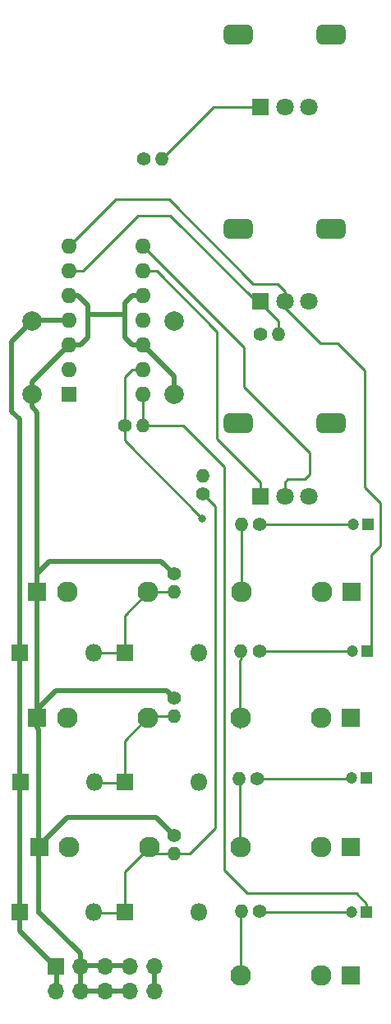
<source format=gbr>
%TF.GenerationSoftware,KiCad,Pcbnew,(6.0.4-0)*%
%TF.CreationDate,2022-12-21T08:50:29-08:00*%
%TF.ProjectId,contact,636f6e74-6163-4742-9e6b-696361645f70,rev?*%
%TF.SameCoordinates,Original*%
%TF.FileFunction,Copper,L1,Top*%
%TF.FilePolarity,Positive*%
%FSLAX46Y46*%
G04 Gerber Fmt 4.6, Leading zero omitted, Abs format (unit mm)*
G04 Created by KiCad (PCBNEW (6.0.4-0)) date 2022-12-21 08:50:29*
%MOMM*%
%LPD*%
G01*
G04 APERTURE LIST*
G04 Aperture macros list*
%AMRoundRect*
0 Rectangle with rounded corners*
0 $1 Rounding radius*
0 $2 $3 $4 $5 $6 $7 $8 $9 X,Y pos of 4 corners*
0 Add a 4 corners polygon primitive as box body*
4,1,4,$2,$3,$4,$5,$6,$7,$8,$9,$2,$3,0*
0 Add four circle primitives for the rounded corners*
1,1,$1+$1,$2,$3*
1,1,$1+$1,$4,$5*
1,1,$1+$1,$6,$7*
1,1,$1+$1,$8,$9*
0 Add four rect primitives between the rounded corners*
20,1,$1+$1,$2,$3,$4,$5,0*
20,1,$1+$1,$4,$5,$6,$7,0*
20,1,$1+$1,$6,$7,$8,$9,0*
20,1,$1+$1,$8,$9,$2,$3,0*%
G04 Aperture macros list end*
%TA.AperFunction,ComponentPad*%
%ADD10R,1.800000X1.800000*%
%TD*%
%TA.AperFunction,ComponentPad*%
%ADD11C,1.800000*%
%TD*%
%TA.AperFunction,ComponentPad*%
%ADD12RoundRect,0.500000X1.000000X-0.500000X1.000000X0.500000X-1.000000X0.500000X-1.000000X-0.500000X0*%
%TD*%
%TA.AperFunction,ComponentPad*%
%ADD13R,1.830000X1.930000*%
%TD*%
%TA.AperFunction,ComponentPad*%
%ADD14C,2.130000*%
%TD*%
%TA.AperFunction,ComponentPad*%
%ADD15C,2.000000*%
%TD*%
%TA.AperFunction,ComponentPad*%
%ADD16O,1.800000X1.800000*%
%TD*%
%TA.AperFunction,ComponentPad*%
%ADD17C,1.400000*%
%TD*%
%TA.AperFunction,ComponentPad*%
%ADD18O,1.400000X1.400000*%
%TD*%
%TA.AperFunction,ComponentPad*%
%ADD19R,1.600000X1.600000*%
%TD*%
%TA.AperFunction,ComponentPad*%
%ADD20O,1.600000X1.600000*%
%TD*%
%TA.AperFunction,ComponentPad*%
%ADD21R,1.200000X1.200000*%
%TD*%
%TA.AperFunction,ComponentPad*%
%ADD22C,1.200000*%
%TD*%
%TA.AperFunction,ComponentPad*%
%ADD23R,1.700000X1.700000*%
%TD*%
%TA.AperFunction,ComponentPad*%
%ADD24O,1.700000X1.700000*%
%TD*%
%TA.AperFunction,ViaPad*%
%ADD25C,0.800000*%
%TD*%
%TA.AperFunction,Conductor*%
%ADD26C,0.250000*%
%TD*%
%TA.AperFunction,Conductor*%
%ADD27C,0.500000*%
%TD*%
G04 APERTURE END LIST*
D10*
%TO.P,R7,1*%
%TO.N,Net-(R4-Pad2)*%
X174030000Y-51725000D03*
D11*
%TO.P,R7,2*%
%TO.N,Net-(C1-Pad1)*%
X176530000Y-51725000D03*
%TO.P,R7,3*%
%TO.N,N/C*%
X179030000Y-51725000D03*
D12*
%TO.P,R7,MP*%
X181280000Y-44225000D03*
X171780000Y-44225000D03*
%TD*%
D13*
%TO.P,J1,S*%
%TO.N,GND*%
X151020000Y-101600000D03*
D14*
%TO.P,J1,T*%
%TO.N,Net-(D1-Pad2)*%
X162420000Y-101600000D03*
%TO.P,J1,TN*%
%TO.N,N/C*%
X154120000Y-101600000D03*
%TD*%
%TO.P,J5,TN*%
%TO.N,Net-(R16-Pad1)*%
X180280000Y-114500000D03*
%TO.P,J5,T*%
%TO.N,Net-(J5-PadT)*%
X171980000Y-114500000D03*
D13*
%TO.P,J5,S*%
%TO.N,GND*%
X183380000Y-114500000D03*
%TD*%
D10*
%TO.P,R8,1*%
%TO.N,Net-(R5-Pad2)*%
X174030000Y-71725000D03*
D11*
%TO.P,R8,2*%
%TO.N,Net-(C2-Pad1)*%
X176530000Y-71725000D03*
%TO.P,R8,3*%
%TO.N,N/C*%
X179030000Y-71725000D03*
D12*
%TO.P,R8,MP*%
X181280000Y-64225000D03*
X171780000Y-64225000D03*
%TD*%
D14*
%TO.P,J6,TN*%
%TO.N,Net-(R16-Pad1)*%
X180280000Y-127800000D03*
%TO.P,J6,T*%
%TO.N,Net-(J6-PadT)*%
X171980000Y-127800000D03*
D13*
%TO.P,J6,S*%
%TO.N,GND*%
X183380000Y-127800000D03*
%TD*%
%TO.P,J4,S*%
%TO.N,GND*%
X183440000Y-101600000D03*
D14*
%TO.P,J4,T*%
%TO.N,Net-(J4-PadT)*%
X172040000Y-101600000D03*
%TO.P,J4,TN*%
%TO.N,Net-(R16-Pad1)*%
X180340000Y-101600000D03*
%TD*%
%TO.P,J2,TN*%
%TO.N,N/C*%
X154120000Y-114500000D03*
%TO.P,J2,T*%
%TO.N,Net-(D3-Pad2)*%
X162420000Y-114500000D03*
D13*
%TO.P,J2,S*%
%TO.N,GND*%
X151020000Y-114500000D03*
%TD*%
D10*
%TO.P,R9,1*%
%TO.N,Net-(R6-Pad2)*%
X174030000Y-91725000D03*
D11*
%TO.P,R9,2*%
%TO.N,Net-(C3-Pad1)*%
X176530000Y-91725000D03*
%TO.P,R9,3*%
%TO.N,N/C*%
X179030000Y-91725000D03*
D12*
%TO.P,R9,MP*%
X171780000Y-84225000D03*
X181280000Y-84225000D03*
%TD*%
D13*
%TO.P,J3,S*%
%TO.N,GND*%
X151220000Y-127800000D03*
D14*
%TO.P,J3,T*%
%TO.N,Net-(D5-Pad2)*%
X162620000Y-127800000D03*
%TO.P,J3,TN*%
%TO.N,N/C*%
X154320000Y-127800000D03*
%TD*%
D13*
%TO.P,J8,S*%
%TO.N,GND*%
X183380000Y-141000000D03*
D14*
%TO.P,J8,T*%
%TO.N,Net-(J8-PadT)*%
X171980000Y-141000000D03*
%TO.P,J8,TN*%
%TO.N,N/C*%
X180280000Y-141000000D03*
%TD*%
D15*
%TO.P,C5,1*%
%TO.N,-12V*%
X165100000Y-73720000D03*
%TO.P,C5,2*%
%TO.N,GND*%
X165100000Y-81220000D03*
%TD*%
D10*
%TO.P,D1,1,K*%
%TO.N,+12V*%
X149225000Y-107800000D03*
D16*
%TO.P,D1,2,A*%
%TO.N,Net-(D1-Pad2)*%
X156845000Y-107800000D03*
%TD*%
D17*
%TO.P,R1,1*%
%TO.N,GND*%
X165100000Y-99700000D03*
D18*
%TO.P,R1,2*%
%TO.N,Net-(D1-Pad2)*%
X165100000Y-101600000D03*
%TD*%
D17*
%TO.P,R10,1*%
%TO.N,Net-(C1-Pad2)*%
X173985000Y-94615000D03*
D18*
%TO.P,R10,2*%
%TO.N,Net-(J4-PadT)*%
X172085000Y-94615000D03*
%TD*%
D17*
%TO.P,R4,1*%
%TO.N,Net-(D1-Pad2)*%
X162000000Y-57000000D03*
D18*
%TO.P,R4,2*%
%TO.N,Net-(R4-Pad2)*%
X163900000Y-57000000D03*
%TD*%
D19*
%TO.P,U1,1*%
%TO.N,Net-(C1-Pad1)*%
X154305000Y-81280000D03*
D20*
%TO.P,U1,2,-*%
%TO.N,Net-(R4-Pad2)*%
X154305000Y-78740000D03*
%TO.P,U1,3,+*%
%TO.N,GND*%
X154305000Y-76200000D03*
%TO.P,U1,4,V+*%
%TO.N,+12V*%
X154305000Y-73660000D03*
%TO.P,U1,5,+*%
%TO.N,GND*%
X154305000Y-71120000D03*
%TO.P,U1,6,-*%
%TO.N,Net-(R5-Pad2)*%
X154305000Y-68580000D03*
%TO.P,U1,7*%
%TO.N,Net-(C2-Pad1)*%
X154305000Y-66040000D03*
%TO.P,U1,8*%
%TO.N,Net-(C3-Pad1)*%
X161925000Y-66040000D03*
%TO.P,U1,9,-*%
%TO.N,Net-(R6-Pad2)*%
X161925000Y-68580000D03*
%TO.P,U1,10,+*%
%TO.N,GND*%
X161925000Y-71120000D03*
%TO.P,U1,11,V-*%
%TO.N,-12V*%
X161925000Y-73660000D03*
%TO.P,U1,12,+*%
%TO.N,GND*%
X161925000Y-76200000D03*
%TO.P,U1,13,-*%
%TO.N,Net-(R16-Pad1)*%
X161925000Y-78740000D03*
%TO.P,U1,14*%
%TO.N,Net-(C6-Pad1)*%
X161925000Y-81280000D03*
%TD*%
D17*
%TO.P,R5,1*%
%TO.N,Net-(D3-Pad2)*%
X173995000Y-75100000D03*
D18*
%TO.P,R5,2*%
%TO.N,Net-(R5-Pad2)*%
X175895000Y-75100000D03*
%TD*%
D17*
%TO.P,R11,1*%
%TO.N,Net-(C2-Pad2)*%
X173905000Y-107700000D03*
D18*
%TO.P,R11,2*%
%TO.N,Net-(J5-PadT)*%
X172005000Y-107700000D03*
%TD*%
D15*
%TO.P,C4,1*%
%TO.N,+12V*%
X150495000Y-73720000D03*
%TO.P,C4,2*%
%TO.N,GND*%
X150495000Y-81220000D03*
%TD*%
D10*
%TO.P,D5,1,K*%
%TO.N,+12V*%
X149225000Y-134500000D03*
D16*
%TO.P,D5,2,A*%
%TO.N,Net-(D5-Pad2)*%
X156845000Y-134500000D03*
%TD*%
D21*
%TO.P,C2,1*%
%TO.N,Net-(C2-Pad1)*%
X185022600Y-107700000D03*
D22*
%TO.P,C2,2*%
%TO.N,Net-(C2-Pad2)*%
X183522600Y-107700000D03*
%TD*%
D17*
%TO.P,R17,1*%
%TO.N,Net-(C6-Pad2)*%
X173985000Y-134400000D03*
D18*
%TO.P,R17,2*%
%TO.N,Net-(J8-PadT)*%
X172085000Y-134400000D03*
%TD*%
D10*
%TO.P,D2,1,K*%
%TO.N,Net-(D1-Pad2)*%
X160020000Y-107800000D03*
D16*
%TO.P,D2,2,A*%
%TO.N,-12V*%
X167640000Y-107800000D03*
%TD*%
D10*
%TO.P,D6,1,K*%
%TO.N,Net-(D5-Pad2)*%
X160020000Y-134500000D03*
D16*
%TO.P,D6,2,A*%
%TO.N,-12V*%
X167640000Y-134500000D03*
%TD*%
D21*
%TO.P,C6,1*%
%TO.N,Net-(C6-Pad1)*%
X184922600Y-134500000D03*
D22*
%TO.P,C6,2*%
%TO.N,Net-(C6-Pad2)*%
X183422600Y-134500000D03*
%TD*%
D17*
%TO.P,R6,1*%
%TO.N,Net-(D5-Pad2)*%
X168100000Y-91505000D03*
D18*
%TO.P,R6,2*%
%TO.N,Net-(R6-Pad2)*%
X168100000Y-89605000D03*
%TD*%
D21*
%TO.P,C1,1*%
%TO.N,Net-(C1-Pad1)*%
X185122600Y-94600000D03*
D22*
%TO.P,C1,2*%
%TO.N,Net-(C1-Pad2)*%
X183622600Y-94600000D03*
%TD*%
D21*
%TO.P,C3,1*%
%TO.N,Net-(C3-Pad1)*%
X184922600Y-120700000D03*
D22*
%TO.P,C3,2*%
%TO.N,Net-(C3-Pad2)*%
X183422600Y-120700000D03*
%TD*%
D23*
%TO.P,J7,1,Pin_1*%
%TO.N,+12V*%
X152925000Y-140125000D03*
D24*
%TO.P,J7,2,Pin_2*%
X152925000Y-142665000D03*
%TO.P,J7,3,Pin_3*%
%TO.N,GND*%
X155465000Y-140125000D03*
%TO.P,J7,4,Pin_4*%
X155465000Y-142665000D03*
%TO.P,J7,5,Pin_5*%
X158005000Y-140125000D03*
%TO.P,J7,6,Pin_6*%
X158005000Y-142665000D03*
%TO.P,J7,7,Pin_7*%
X160545000Y-140125000D03*
%TO.P,J7,8,Pin_8*%
X160545000Y-142665000D03*
%TO.P,J7,9,Pin_9*%
%TO.N,-12V*%
X163085000Y-140125000D03*
%TO.P,J7,10,Pin_10*%
X163085000Y-142665000D03*
%TD*%
D17*
%TO.P,R16,1*%
%TO.N,Net-(R16-Pad1)*%
X160025000Y-84455000D03*
D18*
%TO.P,R16,2*%
%TO.N,Net-(C6-Pad1)*%
X161925000Y-84455000D03*
%TD*%
D17*
%TO.P,R2,1*%
%TO.N,GND*%
X165100000Y-112495000D03*
D18*
%TO.P,R2,2*%
%TO.N,Net-(D3-Pad2)*%
X165100000Y-114395000D03*
%TD*%
D17*
%TO.P,R12,1*%
%TO.N,Net-(C3-Pad2)*%
X173705000Y-120800000D03*
D18*
%TO.P,R12,2*%
%TO.N,Net-(J6-PadT)*%
X171805000Y-120800000D03*
%TD*%
D10*
%TO.P,D3,1,K*%
%TO.N,+12V*%
X149290000Y-121100000D03*
D16*
%TO.P,D3,2,A*%
%TO.N,Net-(D3-Pad2)*%
X156910000Y-121100000D03*
%TD*%
D10*
%TO.P,D4,1,K*%
%TO.N,Net-(D3-Pad2)*%
X160020000Y-121100000D03*
D16*
%TO.P,D4,2,A*%
%TO.N,-12V*%
X167640000Y-121100000D03*
%TD*%
D17*
%TO.P,R3,1*%
%TO.N,GND*%
X165100000Y-126595000D03*
D18*
%TO.P,R3,2*%
%TO.N,Net-(D5-Pad2)*%
X165100000Y-128495000D03*
%TD*%
D25*
%TO.N,Net-(R16-Pad1)*%
X168000000Y-94000000D03*
%TD*%
D26*
%TO.N,Net-(C3-Pad1)*%
X176530000Y-91725000D02*
X176530000Y-90270000D01*
X178600000Y-90000000D02*
X179100000Y-89500000D01*
X176800000Y-90000000D02*
X178600000Y-90000000D01*
X176530000Y-90270000D02*
X176800000Y-90000000D01*
X179100000Y-89500000D02*
X179100000Y-87300000D01*
X179100000Y-87300000D02*
X172300000Y-80500000D01*
X172300000Y-80500000D02*
X172300000Y-76415000D01*
X172300000Y-76415000D02*
X161925000Y-66040000D01*
%TO.N,Net-(R6-Pad2)*%
X161925000Y-68580000D02*
X163322000Y-68580000D01*
X163322000Y-68580000D02*
X169545000Y-74803000D01*
X169545000Y-74803000D02*
X169545000Y-85845000D01*
X169545000Y-85845000D02*
X174030000Y-90330000D01*
X174030000Y-90330000D02*
X174030000Y-91725000D01*
%TO.N,Net-(C6-Pad1)*%
X161925000Y-84455000D02*
X166045000Y-84455000D01*
X166045000Y-84455000D02*
X170300000Y-88710000D01*
X170300000Y-130200000D02*
X172700000Y-132600000D01*
X172700000Y-132600000D02*
X183900000Y-132600000D01*
X170300000Y-88710000D02*
X170300000Y-130200000D01*
X183900000Y-132600000D02*
X184922600Y-133622600D01*
X184922600Y-133622600D02*
X184922600Y-134500000D01*
%TO.N,Net-(C2-Pad1)*%
X185420000Y-97790000D02*
X186400000Y-96810000D01*
X186400000Y-92420000D02*
X184785000Y-90805000D01*
X185420000Y-107102600D02*
X185420000Y-97790000D01*
X185022600Y-107500000D02*
X185420000Y-107102600D01*
X186400000Y-96810000D02*
X186400000Y-92420000D01*
X184785000Y-90805000D02*
X184785000Y-78785000D01*
X184785000Y-78785000D02*
X182000000Y-76000000D01*
X182000000Y-76000000D02*
X180200000Y-76000000D01*
X180200000Y-76000000D02*
X176530000Y-72330000D01*
X176530000Y-72330000D02*
X176530000Y-71725000D01*
X176530000Y-71725000D02*
X176530000Y-70630000D01*
X175800000Y-69900000D02*
X173294000Y-69900000D01*
X173294000Y-69900000D02*
X164608000Y-61214000D01*
X176530000Y-70630000D02*
X175800000Y-69900000D01*
X164608000Y-61214000D02*
X159131000Y-61214000D01*
X159131000Y-61214000D02*
X154305000Y-66040000D01*
D27*
%TO.N,+12V*%
X153040000Y-140240000D02*
X149225000Y-136425000D01*
X149225000Y-136425000D02*
X149225000Y-83820000D01*
X152925000Y-142665000D02*
X153040000Y-142550000D01*
X149225000Y-83820000D02*
X148400000Y-82995000D01*
X153040000Y-142550000D02*
X153040000Y-140240000D01*
X148400000Y-82995000D02*
X148400000Y-75815000D01*
X148400000Y-75815000D02*
X150555000Y-73660000D01*
X150555000Y-73660000D02*
X154305000Y-73660000D01*
D26*
%TO.N,Net-(D5-Pad2)*%
X162620000Y-127800000D02*
X163315000Y-128495000D01*
X163315000Y-128495000D02*
X166780000Y-128495000D01*
X166780000Y-128495000D02*
X169400000Y-125875000D01*
X169400000Y-125875000D02*
X169400000Y-92805000D01*
X169400000Y-92805000D02*
X168100000Y-91505000D01*
X156845000Y-134600000D02*
X160020000Y-134600000D01*
X160020000Y-134600000D02*
X160020000Y-130400000D01*
X160020000Y-130400000D02*
X162620000Y-127800000D01*
D27*
%TO.N,GND*%
X151160000Y-134560000D02*
X151160000Y-129540000D01*
X155465000Y-140125000D02*
X155465000Y-138765000D01*
X155465000Y-138765000D02*
X151260000Y-134560000D01*
X151260000Y-134560000D02*
X151160000Y-134560000D01*
X155465000Y-142665000D02*
X155465000Y-140125000D01*
X160545000Y-140125000D02*
X160420000Y-140000000D01*
X160420000Y-140000000D02*
X155500000Y-140000000D01*
D26*
%TO.N,Net-(R5-Pad2)*%
X174030000Y-71725000D02*
X174030000Y-71830000D01*
X174030000Y-71830000D02*
X175895000Y-73695000D01*
X175895000Y-73695000D02*
X175895000Y-75100000D01*
D27*
%TO.N,GND*%
X151160000Y-129540000D02*
X151160000Y-127732000D01*
X163305000Y-124800000D02*
X165100000Y-126595000D01*
X151160000Y-127732000D02*
X154092000Y-124800000D01*
X154092000Y-124800000D02*
X163305000Y-124800000D01*
D26*
%TO.N,Net-(D3-Pad2)*%
X156845000Y-121200000D02*
X160020000Y-121200000D01*
X160020000Y-121200000D02*
X160020000Y-116900000D01*
X160020000Y-116900000D02*
X162525000Y-114395000D01*
X162525000Y-114395000D02*
X165100000Y-114395000D01*
D27*
%TO.N,GND*%
X165100000Y-112495000D02*
X164365000Y-111760000D01*
X164365000Y-111760000D02*
X152908000Y-111760000D01*
X152908000Y-111760000D02*
X151020000Y-113648000D01*
X151020000Y-113648000D02*
X151020000Y-115570000D01*
D26*
%TO.N,Net-(J8-PadT)*%
X172000000Y-141020000D02*
X172000000Y-134485000D01*
X172000000Y-134485000D02*
X172085000Y-134400000D01*
D27*
%TO.N,-12V*%
X163085000Y-142665000D02*
X163085000Y-140125000D01*
%TO.N,GND*%
X160545000Y-142665000D02*
X155465000Y-142665000D01*
D26*
%TO.N,Net-(C6-Pad2)*%
X174085000Y-134500000D02*
X182822600Y-134500000D01*
%TO.N,Net-(J6-PadT)*%
X171900000Y-127680000D02*
X171900000Y-120895000D01*
X171900000Y-120895000D02*
X171805000Y-120800000D01*
%TO.N,Net-(C3-Pad2)*%
X173985000Y-121000000D02*
X174185000Y-120800000D01*
X174185000Y-120800000D02*
X183322600Y-120800000D01*
X183322600Y-120800000D02*
X183422600Y-120700000D01*
%TO.N,Net-(D1-Pad2)*%
X160020000Y-107800000D02*
X160020000Y-104000000D01*
X157630000Y-107800000D02*
X160020000Y-107800000D01*
X160020000Y-104000000D02*
X162420000Y-101600000D01*
%TO.N,Net-(C2-Pad2)*%
X173905000Y-107700000D02*
X183722600Y-107700000D01*
%TO.N,Net-(R4-Pad2)*%
X174030000Y-51725000D02*
X169175000Y-51725000D01*
X169175000Y-51725000D02*
X163900000Y-57000000D01*
%TO.N,Net-(R5-Pad2)*%
X154305000Y-68580000D02*
X155702000Y-68580000D01*
X155702000Y-68580000D02*
X161417000Y-62865000D01*
X161417000Y-62865000D02*
X164719000Y-62865000D01*
X164719000Y-62865000D02*
X173579000Y-71725000D01*
X173579000Y-71725000D02*
X174030000Y-71725000D01*
%TO.N,Net-(R16-Pad1)*%
X160782000Y-78740000D02*
X161925000Y-78740000D01*
X160025000Y-79497000D02*
X160782000Y-78740000D01*
X160025000Y-86025000D02*
X168000000Y-94000000D01*
X160025000Y-84455000D02*
X160025000Y-79497000D01*
X160025000Y-84455000D02*
X160025000Y-86025000D01*
%TO.N,Net-(C1-Pad2)*%
X173985000Y-94615000D02*
X183920000Y-94615000D01*
D27*
%TO.N,GND*%
X151020000Y-101600000D02*
X151020000Y-99678000D01*
X151020000Y-83075000D02*
X150495000Y-82550000D01*
X161925000Y-76200000D02*
X160782000Y-76200000D01*
X151160000Y-129540000D02*
X151160000Y-115710000D01*
X155194000Y-71120000D02*
X156210000Y-72136000D01*
X152273000Y-98425000D02*
X163825000Y-98425000D01*
X151160000Y-115710000D02*
X151020000Y-115570000D01*
X151020000Y-115570000D02*
X151020000Y-101600000D01*
X165100000Y-81220000D02*
X165100000Y-79375000D01*
X163825000Y-98425000D02*
X165100000Y-99700000D01*
X156210000Y-75438000D02*
X156210000Y-73025000D01*
X160020000Y-71882000D02*
X160782000Y-71120000D01*
X165100000Y-79375000D02*
X161925000Y-76200000D01*
X160020000Y-73025000D02*
X156210000Y-73025000D01*
X151020000Y-101600000D02*
X151020000Y-83075000D01*
X150495000Y-82550000D02*
X150495000Y-80010000D01*
X155448000Y-76200000D02*
X156210000Y-75438000D01*
X154305000Y-76200000D02*
X155448000Y-76200000D01*
X160020000Y-75438000D02*
X160020000Y-73025000D01*
X156210000Y-72136000D02*
X156210000Y-73025000D01*
X151020000Y-99678000D02*
X152273000Y-98425000D01*
X160020000Y-73025000D02*
X160020000Y-71882000D01*
X160782000Y-71120000D02*
X161925000Y-71120000D01*
X154305000Y-71120000D02*
X155194000Y-71120000D01*
X160782000Y-76200000D02*
X160020000Y-75438000D01*
X154305000Y-76200000D02*
X150495000Y-80010000D01*
D26*
%TO.N,Net-(D1-Pad2)*%
X162420000Y-101600000D02*
X165095000Y-101600000D01*
X165095000Y-101600000D02*
X165100000Y-101605000D01*
%TO.N,Net-(J4-PadT)*%
X172040000Y-94660000D02*
X172085000Y-94615000D01*
X172040000Y-101600000D02*
X172040000Y-94660000D01*
%TO.N,Net-(J5-PadT)*%
X171900000Y-108605000D02*
X172085000Y-108420000D01*
X171900000Y-115570000D02*
X171900000Y-108605000D01*
%TO.N,Net-(C6-Pad1)*%
X161925000Y-84455000D02*
X161925000Y-81280000D01*
%TD*%
M02*

</source>
